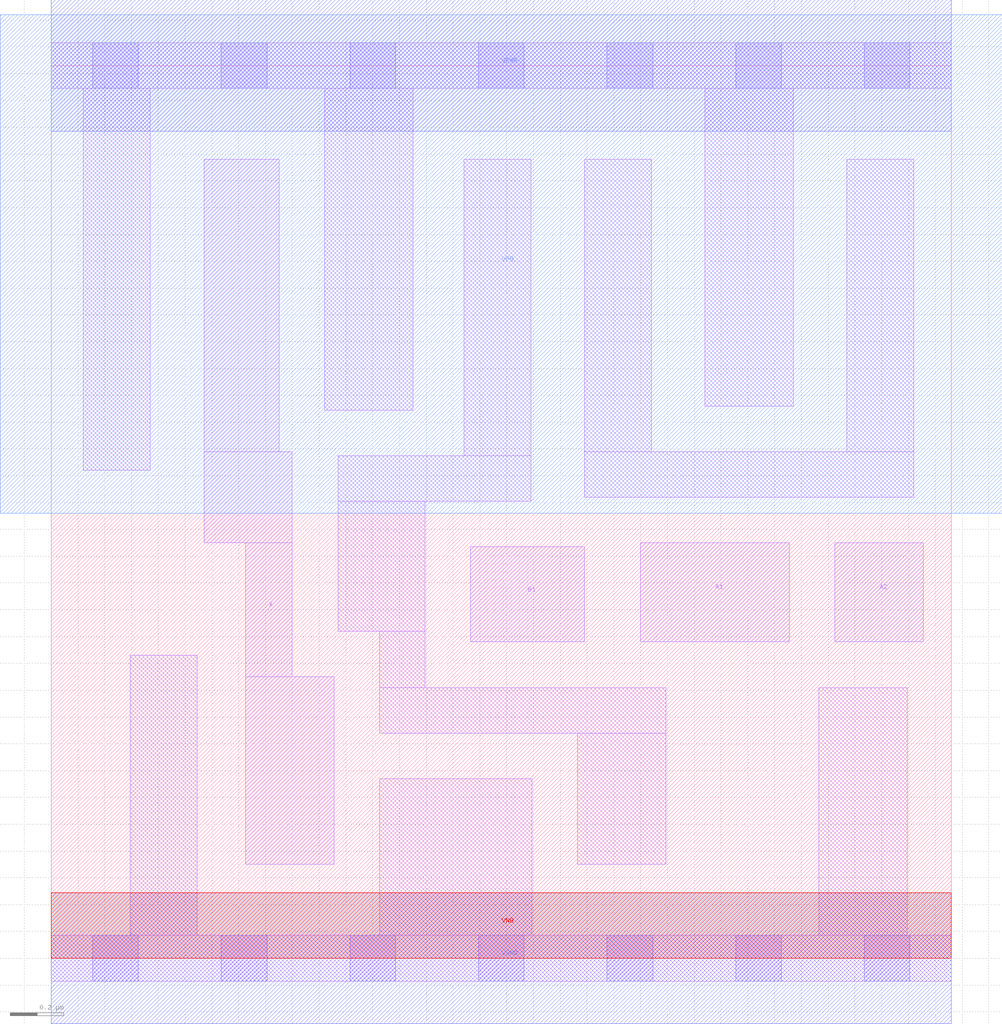
<source format=lef>
# Copyright 2020 The SkyWater PDK Authors
#
# Licensed under the Apache License, Version 2.0 (the "License");
# you may not use this file except in compliance with the License.
# You may obtain a copy of the License at
#
#     https://www.apache.org/licenses/LICENSE-2.0
#
# Unless required by applicable law or agreed to in writing, software
# distributed under the License is distributed on an "AS IS" BASIS,
# WITHOUT WARRANTIES OR CONDITIONS OF ANY KIND, either express or implied.
# See the License for the specific language governing permissions and
# limitations under the License.
#
# SPDX-License-Identifier: Apache-2.0

VERSION 5.7 ;
  NOWIREEXTENSIONATPIN ON ;
  DIVIDERCHAR "/" ;
  BUSBITCHARS "[]" ;
MACRO sky130_fd_sc_hs__a21o_2
  CLASS CORE ;
  FOREIGN sky130_fd_sc_hs__a21o_2 ;
  ORIGIN  0.000000  0.000000 ;
  SIZE  3.360000 BY  3.330000 ;
  SYMMETRY X Y ;
  SITE unit ;
  PIN A1
    ANTENNAGATEAREA  0.261000 ;
    DIRECTION INPUT ;
    USE SIGNAL ;
    PORT
      LAYER li1 ;
        RECT 2.200000 1.180000 2.755000 1.550000 ;
    END
  END A1
  PIN A2
    ANTENNAGATEAREA  0.261000 ;
    DIRECTION INPUT ;
    USE SIGNAL ;
    PORT
      LAYER li1 ;
        RECT 2.925000 1.180000 3.255000 1.550000 ;
    END
  END A2
  PIN B1
    ANTENNAGATEAREA  0.261000 ;
    DIRECTION INPUT ;
    USE SIGNAL ;
    PORT
      LAYER li1 ;
        RECT 1.565000 1.180000 1.990000 1.535000 ;
    END
  END B1
  PIN X
    ANTENNADIFFAREA  0.543200 ;
    DIRECTION OUTPUT ;
    USE SIGNAL ;
    PORT
      LAYER li1 ;
        RECT 0.570000 1.550000 0.900000 1.890000 ;
        RECT 0.570000 1.890000 0.850000 2.980000 ;
        RECT 0.725000 0.350000 1.055000 1.050000 ;
        RECT 0.725000 1.050000 0.900000 1.550000 ;
    END
  END X
  PIN VGND
    DIRECTION INOUT ;
    USE GROUND ;
    PORT
      LAYER met1 ;
        RECT 0.000000 -0.245000 3.360000 0.245000 ;
    END
  END VGND
  PIN VNB
    DIRECTION INOUT ;
    USE GROUND ;
    PORT
      LAYER pwell ;
        RECT 0.000000 0.000000 3.360000 0.245000 ;
    END
  END VNB
  PIN VPB
    DIRECTION INOUT ;
    USE POWER ;
    PORT
      LAYER nwell ;
        RECT -0.190000 1.660000 3.550000 3.520000 ;
    END
  END VPB
  PIN VPWR
    DIRECTION INOUT ;
    USE POWER ;
    PORT
      LAYER met1 ;
        RECT 0.000000 3.085000 3.360000 3.575000 ;
    END
  END VPWR
  OBS
    LAYER li1 ;
      RECT 0.000000 -0.085000 3.360000 0.085000 ;
      RECT 0.000000  3.245000 3.360000 3.415000 ;
      RECT 0.120000  1.820000 0.370000 3.245000 ;
      RECT 0.295000  0.085000 0.545000 1.130000 ;
      RECT 1.020000  2.045000 1.350000 3.245000 ;
      RECT 1.070000  1.220000 1.395000 1.705000 ;
      RECT 1.070000  1.705000 1.790000 1.875000 ;
      RECT 1.225000  0.085000 1.795000 0.670000 ;
      RECT 1.225000  0.840000 2.295000 1.010000 ;
      RECT 1.225000  1.010000 1.395000 1.220000 ;
      RECT 1.540000  1.875000 1.790000 2.980000 ;
      RECT 1.965000  0.350000 2.295000 0.840000 ;
      RECT 1.990000  1.720000 3.220000 1.890000 ;
      RECT 1.990000  1.890000 2.240000 2.980000 ;
      RECT 2.440000  2.060000 2.770000 3.245000 ;
      RECT 2.865000  0.085000 3.195000 1.010000 ;
      RECT 2.970000  1.890000 3.220000 2.980000 ;
    LAYER mcon ;
      RECT 0.155000 -0.085000 0.325000 0.085000 ;
      RECT 0.155000  3.245000 0.325000 3.415000 ;
      RECT 0.635000 -0.085000 0.805000 0.085000 ;
      RECT 0.635000  3.245000 0.805000 3.415000 ;
      RECT 1.115000 -0.085000 1.285000 0.085000 ;
      RECT 1.115000  3.245000 1.285000 3.415000 ;
      RECT 1.595000 -0.085000 1.765000 0.085000 ;
      RECT 1.595000  3.245000 1.765000 3.415000 ;
      RECT 2.075000 -0.085000 2.245000 0.085000 ;
      RECT 2.075000  3.245000 2.245000 3.415000 ;
      RECT 2.555000 -0.085000 2.725000 0.085000 ;
      RECT 2.555000  3.245000 2.725000 3.415000 ;
      RECT 3.035000 -0.085000 3.205000 0.085000 ;
      RECT 3.035000  3.245000 3.205000 3.415000 ;
  END
END sky130_fd_sc_hs__a21o_2
END LIBRARY

</source>
